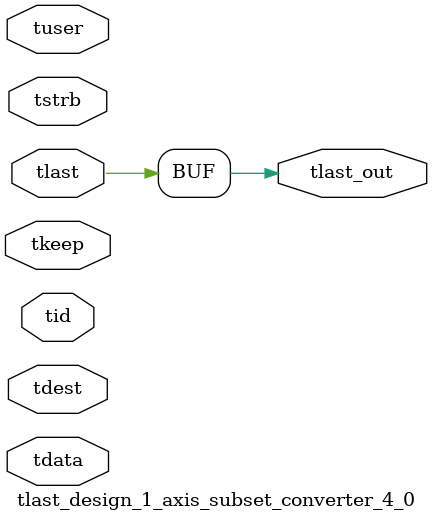
<source format=v>


`timescale 1ps/1ps

module tlast_design_1_axis_subset_converter_4_0 #
(
parameter C_S_AXIS_TID_WIDTH   = 1,
parameter C_S_AXIS_TUSER_WIDTH = 0,
parameter C_S_AXIS_TDATA_WIDTH = 0,
parameter C_S_AXIS_TDEST_WIDTH = 0
)
(
input  [(C_S_AXIS_TID_WIDTH   == 0 ? 1 : C_S_AXIS_TID_WIDTH)-1:0       ] tid,
input  [(C_S_AXIS_TDATA_WIDTH == 0 ? 1 : C_S_AXIS_TDATA_WIDTH)-1:0     ] tdata,
input  [(C_S_AXIS_TUSER_WIDTH == 0 ? 1 : C_S_AXIS_TUSER_WIDTH)-1:0     ] tuser,
input  [(C_S_AXIS_TDEST_WIDTH == 0 ? 1 : C_S_AXIS_TDEST_WIDTH)-1:0     ] tdest,
input  [(C_S_AXIS_TDATA_WIDTH/8)-1:0 ] tkeep,
input  [(C_S_AXIS_TDATA_WIDTH/8)-1:0 ] tstrb,
input  [0:0]                                                             tlast,
output                                                                   tlast_out
);

assign tlast_out = {tlast};

endmodule


</source>
